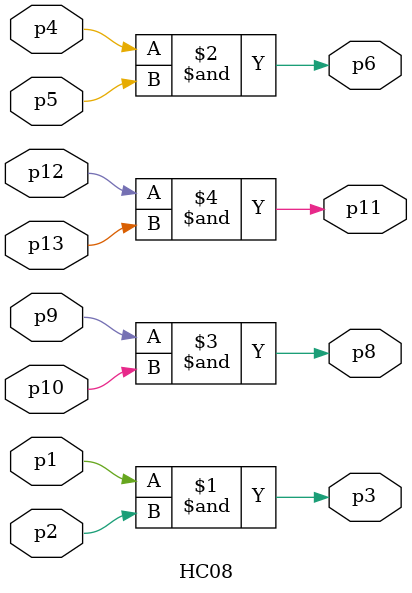
<source format=v>

module HC08(
    input wire p1,p2,
    input wire p4,p5,
    input wire p9,p10,
    input wire p12,p13,
    output wire p3,p6,p8,p11
);

assign p3=p1&p2;
assign p6=p4&p5;
assign p8=p9&p10;
assign p11=p12&p13;

endmodule
</source>
